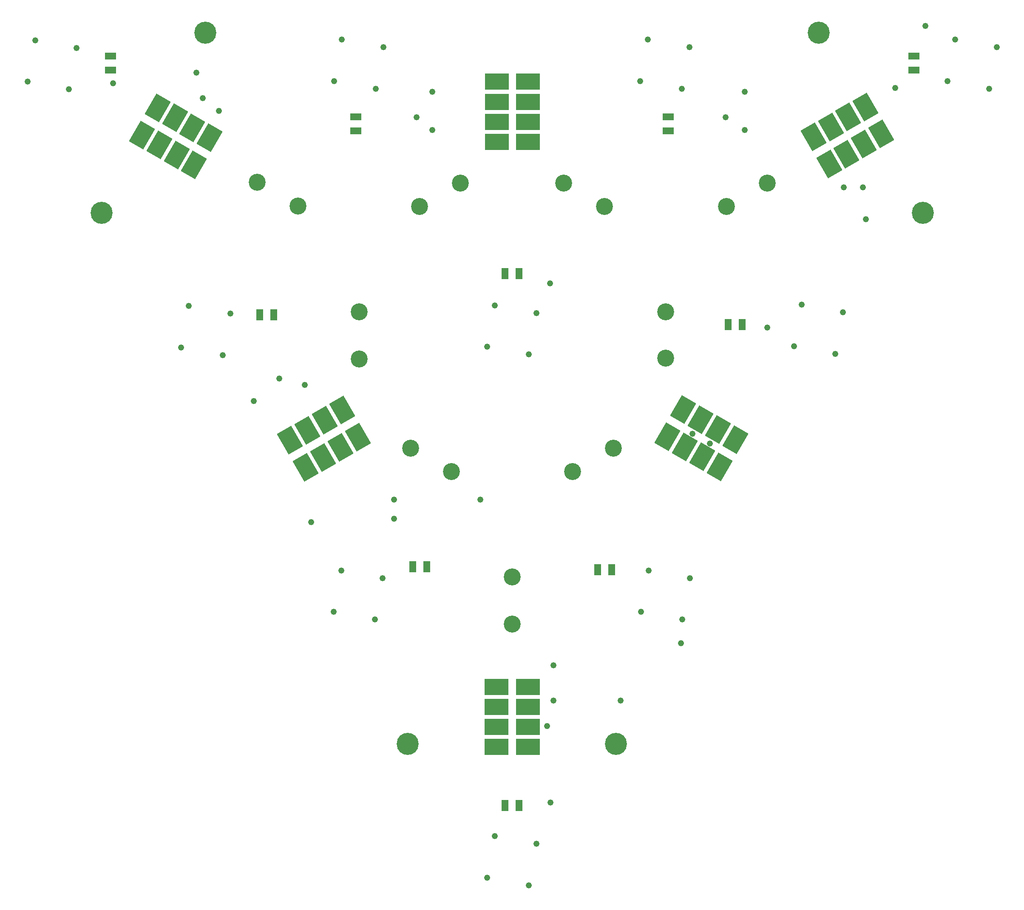
<source format=gbs>
%FSLAX25Y25*%
%MOIN*%
G70*
G01*
G75*
G04 Layer_Color=48896*
%ADD10P,0.08352X4X90.0*%
%ADD11P,0.08352X4X180.0*%
%ADD12C,0.05000*%
%ADD13C,0.02500*%
%ADD14C,0.16500*%
%ADD15C,0.04000*%
%ADD16C,0.12500*%
%ADD17R,0.05000X0.08000*%
%ADD18R,0.08000X0.05000*%
G04:AMPARAMS|DCode=19|XSize=122.05mil|YSize=177.16mil|CornerRadius=0mil|HoleSize=0mil|Usage=FLASHONLY|Rotation=210.000|XOffset=0mil|YOffset=0mil|HoleType=Round|Shape=Rectangle|*
%AMROTATEDRECTD19*
4,1,4,0.00856,0.10723,0.09714,-0.04620,-0.00856,-0.10723,-0.09714,0.04620,0.00856,0.10723,0.0*
%
%ADD19ROTATEDRECTD19*%

G04:AMPARAMS|DCode=20|XSize=122.05mil|YSize=177.16mil|CornerRadius=0mil|HoleSize=0mil|Usage=FLASHONLY|Rotation=150.000|XOffset=0mil|YOffset=0mil|HoleType=Round|Shape=Rectangle|*
%AMROTATEDRECTD20*
4,1,4,0.09714,0.04620,0.00856,-0.10723,-0.09714,-0.04620,-0.00856,0.10723,0.09714,0.04620,0.0*
%
%ADD20ROTATEDRECTD20*%

%ADD21R,0.17716X0.12205*%
%ADD22C,0.01000*%
%ADD23C,0.01200*%
%ADD24C,0.01500*%
%ADD25P,0.06937X4X90.0*%
%ADD26P,0.06937X4X180.0*%
%ADD27R,0.04000X0.07000*%
%ADD28R,0.07000X0.04000*%
G04:AMPARAMS|DCode=29|XSize=112.05mil|YSize=167.16mil|CornerRadius=0mil|HoleSize=0mil|Usage=FLASHONLY|Rotation=210.000|XOffset=0mil|YOffset=0mil|HoleType=Round|Shape=Rectangle|*
%AMROTATEDRECTD29*
4,1,4,0.00673,0.10040,0.09031,-0.04437,-0.00673,-0.10040,-0.09031,0.04437,0.00673,0.10040,0.0*
%
%ADD29ROTATEDRECTD29*%

G04:AMPARAMS|DCode=30|XSize=112.05mil|YSize=167.16mil|CornerRadius=0mil|HoleSize=0mil|Usage=FLASHONLY|Rotation=150.000|XOffset=0mil|YOffset=0mil|HoleType=Round|Shape=Rectangle|*
%AMROTATEDRECTD30*
4,1,4,0.09031,0.04437,0.00673,-0.10040,-0.09031,-0.04437,-0.00673,0.10040,0.09031,0.04437,0.0*
%
%ADD30ROTATEDRECTD30*%

%ADD31R,0.16716X0.11205*%
%ADD32P,0.09483X4X90.0*%
%ADD33P,0.09483X4X180.0*%
%ADD34C,0.17300*%
%ADD35C,0.04800*%
%ADD36C,0.13300*%
%ADD37R,0.05800X0.08800*%
%ADD38R,0.08800X0.05800*%
G04:AMPARAMS|DCode=39|XSize=130.05mil|YSize=185.17mil|CornerRadius=0mil|HoleSize=0mil|Usage=FLASHONLY|Rotation=210.000|XOffset=0mil|YOffset=0mil|HoleType=Round|Shape=Rectangle|*
%AMROTATEDRECTD39*
4,1,4,0.01002,0.11269,0.10260,-0.04767,-0.01002,-0.11269,-0.10260,0.04767,0.01002,0.11269,0.0*
%
%ADD39ROTATEDRECTD39*%

G04:AMPARAMS|DCode=40|XSize=130.05mil|YSize=185.17mil|CornerRadius=0mil|HoleSize=0mil|Usage=FLASHONLY|Rotation=150.000|XOffset=0mil|YOffset=0mil|HoleType=Round|Shape=Rectangle|*
%AMROTATEDRECTD40*
4,1,4,0.10260,0.04767,0.01002,-0.11269,-0.10260,-0.04767,-0.01002,0.11269,0.10260,0.04767,0.0*
%
%ADD40ROTATEDRECTD40*%

%ADD41R,0.18517X0.13005*%
D34*
X1160500Y1059000D02*
D03*
X1242000Y917500D02*
D03*
X838000Y501000D02*
D03*
X1001500D02*
D03*
X679500Y1059000D02*
D03*
X598000Y917500D02*
D03*
D35*
X762500Y675000D02*
D03*
X827500Y692500D02*
D03*
Y677500D02*
D03*
X717500Y770000D02*
D03*
X757500Y782500D02*
D03*
X737500Y787500D02*
D03*
X607133Y1019210D02*
D03*
X672500Y1027500D02*
D03*
X690000Y997500D02*
D03*
X677500Y1007500D02*
D03*
X1197500Y912500D02*
D03*
X1102500Y1012500D02*
D03*
X1087500Y992500D02*
D03*
X1102500Y982500D02*
D03*
X857500Y1012500D02*
D03*
X947500Y515000D02*
D03*
X1075258Y736689D02*
D03*
X1195000Y937500D02*
D03*
X845000Y992500D02*
D03*
X1180000Y937500D02*
D03*
X1061531Y744408D02*
D03*
X857500Y982500D02*
D03*
X933000Y390000D02*
D03*
X939000Y422500D02*
D03*
X906500Y428500D02*
D03*
X900500Y396000D02*
D03*
X812500Y598500D02*
D03*
X818500Y631000D02*
D03*
X786000Y637000D02*
D03*
X780000Y604500D02*
D03*
X1053500Y598500D02*
D03*
X1059500Y631000D02*
D03*
X1027000Y637000D02*
D03*
X1021000Y604500D02*
D03*
X1173500Y807000D02*
D03*
X1179500Y839500D02*
D03*
X1147000Y845500D02*
D03*
X1141000Y813000D02*
D03*
X933000Y806500D02*
D03*
X939000Y839000D02*
D03*
X906500Y845000D02*
D03*
X900500Y812500D02*
D03*
X693000Y806000D02*
D03*
X699000Y838500D02*
D03*
X666500Y844500D02*
D03*
X660500Y812000D02*
D03*
X572500Y1014500D02*
D03*
X578500Y1047000D02*
D03*
X546000Y1053000D02*
D03*
X540000Y1020500D02*
D03*
X813000Y1015000D02*
D03*
X819000Y1047500D02*
D03*
X786500Y1053500D02*
D03*
X780500Y1021000D02*
D03*
X1020500D02*
D03*
X1026500Y1053500D02*
D03*
X1059000Y1047500D02*
D03*
X1053000Y1015000D02*
D03*
X1294000D02*
D03*
X1261500Y1021000D02*
D03*
X1267500Y1053500D02*
D03*
X1300000Y1047500D02*
D03*
X1244276Y1064276D02*
D03*
X1220449Y1015449D02*
D03*
X949776Y862224D02*
D03*
X1120000Y827500D02*
D03*
X1052500Y580000D02*
D03*
X950000Y455000D02*
D03*
X952500Y562500D02*
D03*
Y535000D02*
D03*
X1005000D02*
D03*
X895000Y692500D02*
D03*
D36*
X999500Y733000D02*
D03*
X967500Y714500D02*
D03*
X872500D02*
D03*
X840500Y733000D02*
D03*
X1088000Y922500D02*
D03*
X1120000Y941000D02*
D03*
X992500Y922500D02*
D03*
X960500Y941000D02*
D03*
X879500D02*
D03*
X847500Y922500D02*
D03*
X752000Y923000D02*
D03*
X720000Y941500D02*
D03*
X800000Y840000D02*
D03*
Y803000D02*
D03*
X1040500Y840000D02*
D03*
Y803500D02*
D03*
X920000Y632000D02*
D03*
Y595000D02*
D03*
D37*
X925500Y452500D02*
D03*
X914500D02*
D03*
X998000Y637500D02*
D03*
X987000D02*
D03*
X842000Y640000D02*
D03*
X853000D02*
D03*
X722000Y837500D02*
D03*
X733000D02*
D03*
X925500Y870000D02*
D03*
X914500D02*
D03*
X1100500Y830000D02*
D03*
X1089500D02*
D03*
D38*
X1235000Y1040500D02*
D03*
Y1029500D02*
D03*
X1042500Y993000D02*
D03*
Y982000D02*
D03*
X797500Y993000D02*
D03*
Y982000D02*
D03*
X605000Y1029500D02*
D03*
Y1040500D02*
D03*
D39*
X1156362Y977126D02*
D03*
X1170000Y985000D02*
D03*
X1183638Y992874D02*
D03*
X1168665Y955816D02*
D03*
X1182303Y963690D02*
D03*
X1195941Y971564D02*
D03*
X1197276Y1000748D02*
D03*
X1209579Y979438D02*
D03*
X799000Y741500D02*
D03*
X785362Y733626D02*
D03*
X771724Y725752D02*
D03*
X786697Y762810D02*
D03*
X773059Y754936D02*
D03*
X759420Y747062D02*
D03*
X758085Y717878D02*
D03*
X745782Y739188D02*
D03*
D40*
X1054224Y763248D02*
D03*
X1067862Y755374D02*
D03*
X1081500Y747500D02*
D03*
X1041920Y741938D02*
D03*
X1055559Y734064D02*
D03*
X1069197Y726190D02*
D03*
X1095138Y739626D02*
D03*
X1082835Y718316D02*
D03*
X642027Y1000058D02*
D03*
X629724Y978748D02*
D03*
X655665Y992184D02*
D03*
X669303Y984310D02*
D03*
X682941Y976436D02*
D03*
X643362Y970874D02*
D03*
X657000Y963000D02*
D03*
X670638Y955126D02*
D03*
D41*
X932606Y1020496D02*
D03*
X908000D02*
D03*
X932606Y1004748D02*
D03*
Y989000D02*
D03*
Y973252D02*
D03*
X908000Y1004748D02*
D03*
Y989000D02*
D03*
Y973252D02*
D03*
X907894Y498500D02*
D03*
X932500D02*
D03*
X907894Y514248D02*
D03*
Y529996D02*
D03*
Y545744D02*
D03*
X932500Y514248D02*
D03*
Y529996D02*
D03*
Y545744D02*
D03*
M02*

</source>
